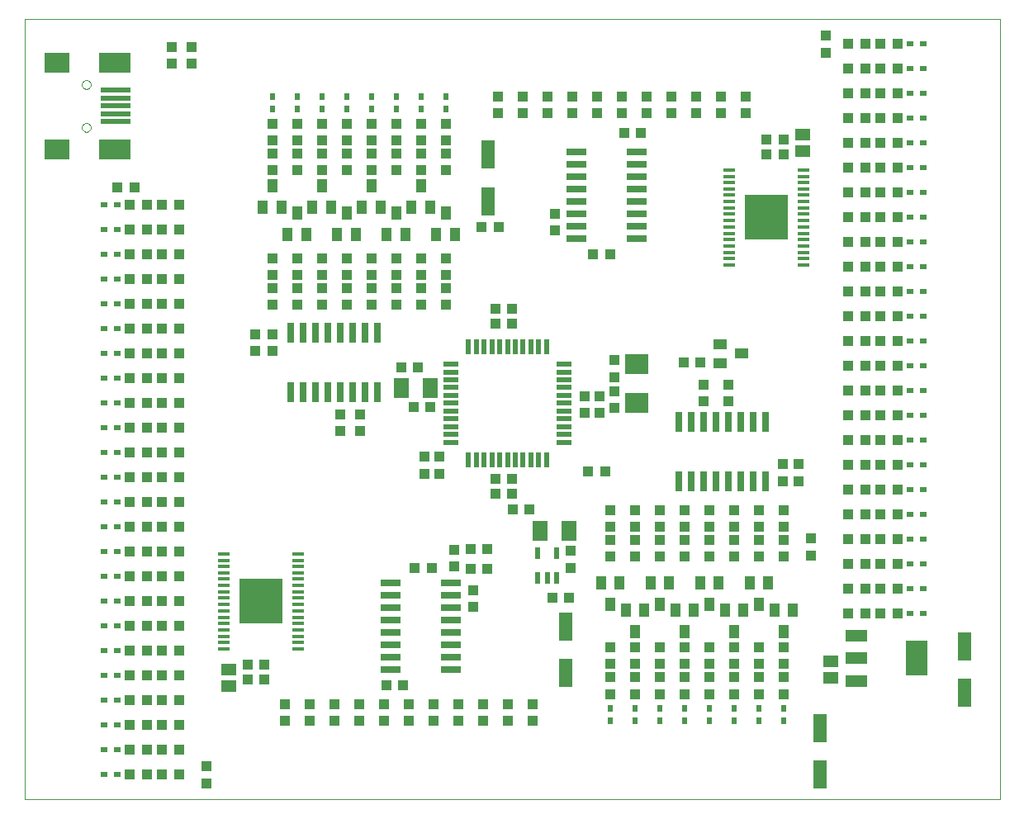
<source format=gtp>
G75*
G70*
%OFA0B0*%
%FSLAX24Y24*%
%IPPOS*%
%LPD*%
%AMOC8*
5,1,8,0,0,1.08239X$1,22.5*
%
%ADD10C,0.0000*%
%ADD11R,0.0433X0.0394*%
%ADD12R,0.0425X0.0413*%
%ADD13R,0.0197X0.0276*%
%ADD14R,0.0394X0.0551*%
%ADD15R,0.0260X0.0800*%
%ADD16R,0.0500X0.0120*%
%ADD17R,0.1732X0.1831*%
%ADD18R,0.0591X0.0512*%
%ADD19R,0.0984X0.0787*%
%ADD20R,0.1299X0.0787*%
%ADD21R,0.1220X0.0197*%
%ADD22R,0.0394X0.0433*%
%ADD23R,0.0413X0.0425*%
%ADD24R,0.0945X0.0787*%
%ADD25R,0.0217X0.0472*%
%ADD26R,0.0591X0.0787*%
%ADD27R,0.0551X0.1181*%
%ADD28R,0.0276X0.0197*%
%ADD29R,0.0800X0.0260*%
%ADD30R,0.0591X0.0197*%
%ADD31R,0.0197X0.0591*%
%ADD32R,0.0880X0.0480*%
%ADD33R,0.0866X0.1417*%
%ADD34R,0.0551X0.0394*%
D10*
X001581Y000967D02*
X001581Y032463D01*
X040951Y032463D01*
X040951Y000967D01*
X001581Y000967D01*
X003904Y028101D02*
X003906Y028127D01*
X003912Y028153D01*
X003922Y028178D01*
X003935Y028201D01*
X003951Y028221D01*
X003971Y028239D01*
X003993Y028254D01*
X004016Y028266D01*
X004042Y028274D01*
X004068Y028278D01*
X004094Y028278D01*
X004120Y028274D01*
X004146Y028266D01*
X004170Y028254D01*
X004191Y028239D01*
X004211Y028221D01*
X004227Y028201D01*
X004240Y028178D01*
X004250Y028153D01*
X004256Y028127D01*
X004258Y028101D01*
X004256Y028075D01*
X004250Y028049D01*
X004240Y028024D01*
X004227Y028001D01*
X004211Y027981D01*
X004191Y027963D01*
X004169Y027948D01*
X004146Y027936D01*
X004120Y027928D01*
X004094Y027924D01*
X004068Y027924D01*
X004042Y027928D01*
X004016Y027936D01*
X003992Y027948D01*
X003971Y027963D01*
X003951Y027981D01*
X003935Y028001D01*
X003922Y028024D01*
X003912Y028049D01*
X003906Y028075D01*
X003904Y028101D01*
X003904Y029833D02*
X003906Y029859D01*
X003912Y029885D01*
X003922Y029910D01*
X003935Y029933D01*
X003951Y029953D01*
X003971Y029971D01*
X003993Y029986D01*
X004016Y029998D01*
X004042Y030006D01*
X004068Y030010D01*
X004094Y030010D01*
X004120Y030006D01*
X004146Y029998D01*
X004170Y029986D01*
X004191Y029971D01*
X004211Y029953D01*
X004227Y029933D01*
X004240Y029910D01*
X004250Y029885D01*
X004256Y029859D01*
X004258Y029833D01*
X004256Y029807D01*
X004250Y029781D01*
X004240Y029756D01*
X004227Y029733D01*
X004211Y029713D01*
X004191Y029695D01*
X004169Y029680D01*
X004146Y029668D01*
X004120Y029660D01*
X004094Y029656D01*
X004068Y029656D01*
X004042Y029660D01*
X004016Y029668D01*
X003992Y029680D01*
X003971Y029695D01*
X003951Y029713D01*
X003935Y029733D01*
X003922Y029756D01*
X003912Y029781D01*
X003906Y029807D01*
X003904Y029833D01*
D11*
X007531Y030682D03*
X007531Y031351D03*
X008331Y031351D03*
X008331Y030682D03*
X011581Y027051D03*
X011581Y026382D03*
X012581Y026382D03*
X012581Y027051D03*
X013581Y027051D03*
X013581Y026382D03*
X014581Y026382D03*
X014581Y027051D03*
X015581Y027051D03*
X015581Y026382D03*
X016581Y026382D03*
X016581Y027051D03*
X017581Y027051D03*
X017581Y026382D03*
X018581Y026382D03*
X018581Y027051D03*
X020681Y028682D03*
X020681Y029351D03*
X021681Y029351D03*
X021681Y028682D03*
X022681Y028682D03*
X022681Y029351D03*
X023681Y029351D03*
X023681Y028682D03*
X024681Y028682D03*
X024681Y029351D03*
X025681Y029351D03*
X025681Y028682D03*
X026681Y028682D03*
X026681Y029351D03*
X027681Y029351D03*
X027681Y028682D03*
X028681Y028682D03*
X028681Y029351D03*
X029681Y029351D03*
X029681Y028682D03*
X030681Y028682D03*
X030681Y029351D03*
X022981Y024601D03*
X022981Y023932D03*
X018581Y022801D03*
X018581Y022132D03*
X018581Y021601D03*
X018581Y020932D03*
X017581Y020932D03*
X017581Y021601D03*
X017581Y022132D03*
X017581Y022801D03*
X016581Y022801D03*
X016581Y022132D03*
X016581Y021601D03*
X016581Y020932D03*
X015581Y020932D03*
X015581Y021601D03*
X015581Y022132D03*
X015581Y022801D03*
X014581Y022801D03*
X014581Y022132D03*
X014581Y021601D03*
X014581Y020932D03*
X013581Y020932D03*
X013581Y021601D03*
X013581Y022132D03*
X013581Y022801D03*
X012581Y022801D03*
X012581Y022132D03*
X012581Y021601D03*
X012581Y020932D03*
X011581Y020932D03*
X011581Y021601D03*
X011581Y022132D03*
X011581Y022801D03*
X014331Y016501D03*
X014331Y015832D03*
X015131Y015832D03*
X015131Y016501D03*
X019681Y009401D03*
X019681Y008732D03*
X020081Y004801D03*
X020081Y004132D03*
X021081Y004132D03*
X021081Y004801D03*
X022081Y004801D03*
X022081Y004132D03*
X019081Y004132D03*
X019081Y004801D03*
X018081Y004801D03*
X018081Y004132D03*
X017081Y004132D03*
X017081Y004801D03*
X016081Y004801D03*
X016081Y004132D03*
X015081Y004132D03*
X015081Y004801D03*
X014081Y004801D03*
X014081Y004132D03*
X013081Y004132D03*
X013081Y004801D03*
X012081Y004801D03*
X012081Y004132D03*
X025231Y006432D03*
X025231Y007101D03*
X026231Y007101D03*
X026231Y006432D03*
X027231Y006432D03*
X027231Y007101D03*
X028231Y007101D03*
X028231Y006432D03*
X029231Y006432D03*
X029231Y007101D03*
X030231Y007101D03*
X030231Y006432D03*
X031231Y006432D03*
X031231Y007101D03*
X032231Y007101D03*
X032231Y006432D03*
X032231Y010782D03*
X032231Y011451D03*
X032231Y011982D03*
X032231Y012651D03*
X031231Y012651D03*
X031231Y011982D03*
X031231Y011451D03*
X031231Y010782D03*
X030231Y010782D03*
X030231Y011451D03*
X030231Y011982D03*
X030231Y012651D03*
X029231Y012651D03*
X029231Y011982D03*
X029231Y011451D03*
X029231Y010782D03*
X028231Y010782D03*
X028231Y011451D03*
X028231Y011982D03*
X028231Y012651D03*
X027231Y012651D03*
X027231Y011982D03*
X027231Y011451D03*
X027231Y010782D03*
X026231Y010782D03*
X026231Y011451D03*
X026231Y011982D03*
X026231Y012651D03*
X025231Y012651D03*
X025231Y011982D03*
X025231Y011451D03*
X025231Y010782D03*
X028981Y017032D03*
X028981Y017701D03*
X029981Y017701D03*
X029981Y017032D03*
D12*
X032181Y014511D03*
X032831Y014511D03*
X032831Y013822D03*
X032181Y013822D03*
X033331Y011511D03*
X033331Y010822D03*
X032231Y005911D03*
X031231Y005911D03*
X031231Y005222D03*
X032231Y005222D03*
X030231Y005222D03*
X029231Y005222D03*
X028231Y005222D03*
X028231Y005911D03*
X029231Y005911D03*
X030231Y005911D03*
X027231Y005911D03*
X026231Y005911D03*
X025231Y005911D03*
X025231Y005222D03*
X026231Y005222D03*
X027231Y005222D03*
X023631Y010322D03*
X023631Y011011D03*
X018931Y011061D03*
X018931Y010372D03*
X018331Y014122D03*
X017731Y014122D03*
X017731Y014811D03*
X018331Y014811D03*
X024181Y016572D03*
X024781Y016572D03*
X025381Y016772D03*
X024781Y017261D03*
X025381Y017461D03*
X025381Y018022D03*
X025381Y018711D03*
X024181Y017261D03*
X011581Y019072D03*
X011581Y019761D03*
X010881Y019761D03*
X010881Y019072D03*
X011581Y027572D03*
X011581Y028261D03*
X012581Y028261D03*
X012581Y027572D03*
X013581Y027572D03*
X013581Y028261D03*
X014581Y028261D03*
X014581Y027572D03*
X015581Y027572D03*
X015581Y028261D03*
X016581Y028261D03*
X016581Y027572D03*
X017581Y027572D03*
X017581Y028261D03*
X018581Y028261D03*
X018581Y027572D03*
X033931Y031122D03*
X033931Y031811D03*
X008931Y002311D03*
X008931Y001622D03*
D13*
X025231Y004130D03*
X025231Y004642D03*
X026231Y004642D03*
X026231Y004130D03*
X027231Y004130D03*
X027231Y004642D03*
X028231Y004642D03*
X028231Y004130D03*
X029231Y004130D03*
X029231Y004642D03*
X030231Y004642D03*
X030231Y004130D03*
X031231Y004130D03*
X031231Y004642D03*
X032231Y004642D03*
X032231Y004130D03*
X018581Y028841D03*
X018581Y029353D03*
X017581Y029353D03*
X017581Y028841D03*
X016581Y028841D03*
X016581Y029353D03*
X015581Y029353D03*
X015581Y028841D03*
X014581Y028841D03*
X014581Y029353D03*
X013581Y029353D03*
X013581Y028841D03*
X012581Y028841D03*
X012581Y029353D03*
X011581Y029353D03*
X011581Y028841D03*
D14*
X011581Y025750D03*
X011955Y024884D03*
X012581Y024650D03*
X013207Y024884D03*
X013955Y024884D03*
X014581Y024650D03*
X015207Y024884D03*
X015955Y024884D03*
X016581Y024650D03*
X017207Y024884D03*
X017955Y024884D03*
X018581Y024650D03*
X018955Y023784D03*
X018207Y023784D03*
X016955Y023784D03*
X016207Y023784D03*
X014955Y023784D03*
X014207Y023784D03*
X012955Y023784D03*
X012207Y023784D03*
X011207Y024884D03*
X013581Y025750D03*
X015581Y025750D03*
X017581Y025750D03*
X024857Y009700D03*
X025605Y009700D03*
X025231Y008834D03*
X025857Y008600D03*
X026605Y008600D03*
X027231Y008834D03*
X027857Y008600D03*
X028605Y008600D03*
X029231Y008834D03*
X029857Y008600D03*
X030605Y008600D03*
X031231Y008834D03*
X031857Y008600D03*
X032605Y008600D03*
X032231Y007734D03*
X030231Y007734D03*
X028231Y007734D03*
X026231Y007734D03*
X026857Y009700D03*
X027605Y009700D03*
X028857Y009700D03*
X029605Y009700D03*
X030857Y009700D03*
X031605Y009700D03*
D15*
X031481Y013807D03*
X030981Y013807D03*
X030481Y013807D03*
X029981Y013807D03*
X029481Y013807D03*
X028981Y013807D03*
X028481Y013807D03*
X027981Y013807D03*
X027981Y016227D03*
X028481Y016227D03*
X028981Y016227D03*
X029481Y016227D03*
X029981Y016227D03*
X030481Y016227D03*
X030981Y016227D03*
X031481Y016227D03*
X015831Y017407D03*
X015331Y017407D03*
X014831Y017407D03*
X014331Y017407D03*
X013831Y017407D03*
X013331Y017407D03*
X012831Y017407D03*
X012331Y017407D03*
X012331Y019827D03*
X012831Y019827D03*
X013331Y019827D03*
X013831Y019827D03*
X014331Y019827D03*
X014831Y019827D03*
X015331Y019827D03*
X015831Y019827D03*
D16*
X012631Y010887D03*
X012631Y010627D03*
X012631Y010377D03*
X012631Y010117D03*
X012631Y009867D03*
X012631Y009607D03*
X012631Y009347D03*
X012631Y009097D03*
X012631Y008837D03*
X012631Y008587D03*
X012631Y008327D03*
X012631Y008067D03*
X012631Y007817D03*
X012631Y007557D03*
X012631Y007307D03*
X012631Y007047D03*
X009631Y007047D03*
X009631Y007307D03*
X009631Y007557D03*
X009631Y007817D03*
X009631Y008067D03*
X009631Y008327D03*
X009631Y008587D03*
X009631Y008837D03*
X009631Y009097D03*
X009631Y009347D03*
X009631Y009607D03*
X009631Y009867D03*
X009631Y010117D03*
X009631Y010377D03*
X009631Y010627D03*
X009631Y010887D03*
X030031Y022547D03*
X030031Y022807D03*
X030031Y023057D03*
X030031Y023317D03*
X030031Y023567D03*
X030031Y023827D03*
X030031Y024087D03*
X030031Y024337D03*
X030031Y024597D03*
X030031Y024847D03*
X030031Y025107D03*
X030031Y025367D03*
X030031Y025617D03*
X030031Y025877D03*
X030031Y026127D03*
X030031Y026387D03*
X033031Y026387D03*
X033031Y026127D03*
X033031Y025877D03*
X033031Y025617D03*
X033031Y025367D03*
X033031Y025107D03*
X033031Y024847D03*
X033031Y024597D03*
X033031Y024337D03*
X033031Y024087D03*
X033031Y023827D03*
X033031Y023567D03*
X033031Y023317D03*
X033031Y023057D03*
X033031Y022807D03*
X033031Y022547D03*
D17*
X031531Y024467D03*
X011131Y008967D03*
D18*
X009831Y006201D03*
X009831Y005532D03*
X034131Y005882D03*
X034131Y006551D03*
X032981Y027132D03*
X032981Y027801D03*
D19*
X002900Y027215D03*
X002900Y030719D03*
D20*
X005223Y030719D03*
X005223Y027215D03*
D21*
X005262Y028337D03*
X005262Y028652D03*
X005262Y028967D03*
X005262Y029282D03*
X005262Y029597D03*
D22*
X007146Y024967D03*
X007816Y024967D03*
X007816Y023967D03*
X007146Y023967D03*
X007146Y022967D03*
X007816Y022967D03*
X007816Y021967D03*
X007146Y021967D03*
X007146Y020967D03*
X007816Y020967D03*
X007816Y019967D03*
X007146Y019967D03*
X007146Y018967D03*
X007816Y018967D03*
X007816Y017967D03*
X007146Y017967D03*
X007146Y016967D03*
X007816Y016967D03*
X007816Y015967D03*
X007146Y015967D03*
X007146Y014967D03*
X007816Y014967D03*
X007816Y013967D03*
X007146Y013967D03*
X007146Y012967D03*
X007816Y012967D03*
X007816Y011967D03*
X007146Y011967D03*
X007146Y010967D03*
X007816Y010967D03*
X007816Y009967D03*
X007146Y009967D03*
X007146Y008967D03*
X007816Y008967D03*
X007816Y007967D03*
X007146Y007967D03*
X007146Y006967D03*
X007816Y006967D03*
X007816Y005967D03*
X007146Y005967D03*
X007146Y004967D03*
X007816Y004967D03*
X007816Y003967D03*
X007146Y003967D03*
X007146Y002967D03*
X007816Y002967D03*
X007816Y001967D03*
X007146Y001967D03*
X019596Y010267D03*
X020266Y010267D03*
X020266Y011067D03*
X019596Y011067D03*
X021296Y012667D03*
X021966Y012667D03*
X024346Y014217D03*
X025016Y014217D03*
X028196Y018617D03*
X028866Y018617D03*
X034846Y018467D03*
X035516Y018467D03*
X035516Y019467D03*
X034846Y019467D03*
X034846Y020467D03*
X035516Y020467D03*
X035516Y021467D03*
X034846Y021467D03*
X034846Y022467D03*
X035516Y022467D03*
X035516Y023467D03*
X034846Y023467D03*
X034846Y024467D03*
X035516Y024467D03*
X035516Y025467D03*
X034846Y025467D03*
X034846Y026467D03*
X035516Y026467D03*
X035516Y027467D03*
X034846Y027467D03*
X034846Y028467D03*
X035516Y028467D03*
X035516Y029467D03*
X034846Y029467D03*
X034846Y030467D03*
X035516Y030467D03*
X035516Y031467D03*
X034846Y031467D03*
X017466Y018417D03*
X016796Y018417D03*
X034846Y017467D03*
X035516Y017467D03*
X035516Y016467D03*
X034846Y016467D03*
X034846Y015467D03*
X035516Y015467D03*
X035516Y014467D03*
X034846Y014467D03*
X034846Y013467D03*
X035516Y013467D03*
X035516Y012467D03*
X034846Y012467D03*
X034846Y011467D03*
X035516Y011467D03*
X035516Y010467D03*
X034846Y010467D03*
X034846Y009467D03*
X035516Y009467D03*
X035516Y008467D03*
X034846Y008467D03*
D23*
X036137Y008467D03*
X036825Y008467D03*
X036825Y009467D03*
X036137Y009467D03*
X036137Y010467D03*
X036825Y010467D03*
X036825Y011467D03*
X036137Y011467D03*
X036137Y012467D03*
X036825Y012467D03*
X036825Y013467D03*
X036137Y013467D03*
X036137Y014467D03*
X036825Y014467D03*
X036825Y015467D03*
X036137Y015467D03*
X036137Y016467D03*
X036825Y016467D03*
X036825Y017467D03*
X036137Y017467D03*
X036137Y018467D03*
X036825Y018467D03*
X036825Y019467D03*
X036137Y019467D03*
X036137Y020467D03*
X036825Y020467D03*
X036825Y021467D03*
X036137Y021467D03*
X036137Y022467D03*
X036825Y022467D03*
X036825Y023467D03*
X036137Y023467D03*
X036137Y024467D03*
X036825Y024467D03*
X036825Y025467D03*
X036137Y025467D03*
X036137Y026467D03*
X036825Y026467D03*
X036825Y027467D03*
X036137Y027467D03*
X036137Y028467D03*
X036825Y028467D03*
X036825Y029467D03*
X036137Y029467D03*
X036137Y030467D03*
X036825Y030467D03*
X036825Y031467D03*
X036137Y031467D03*
X032225Y027617D03*
X032225Y027017D03*
X031537Y027017D03*
X031537Y027617D03*
X026475Y027867D03*
X025787Y027867D03*
X020725Y024067D03*
X020037Y024067D03*
X020587Y020767D03*
X021275Y020767D03*
X021275Y020167D03*
X020587Y020167D03*
X024537Y022967D03*
X025225Y022967D03*
X017975Y016817D03*
X017287Y016817D03*
X020587Y013917D03*
X021275Y013917D03*
X021275Y013317D03*
X020587Y013317D03*
X018025Y010317D03*
X017337Y010317D03*
X022887Y009117D03*
X023575Y009117D03*
X016875Y005567D03*
X016187Y005567D03*
X011275Y005817D03*
X011275Y006417D03*
X010587Y006417D03*
X010587Y005817D03*
X006525Y005967D03*
X005837Y005967D03*
X005837Y006967D03*
X006525Y006967D03*
X006525Y007967D03*
X005837Y007967D03*
X005837Y008967D03*
X006525Y008967D03*
X006525Y009967D03*
X005837Y009967D03*
X005837Y010967D03*
X006525Y010967D03*
X006525Y011967D03*
X005837Y011967D03*
X005837Y012967D03*
X006525Y012967D03*
X006525Y013967D03*
X005837Y013967D03*
X005837Y014967D03*
X006525Y014967D03*
X006525Y015967D03*
X005837Y015967D03*
X005837Y016967D03*
X006525Y016967D03*
X006525Y017967D03*
X005837Y017967D03*
X005837Y018967D03*
X006525Y018967D03*
X006525Y019967D03*
X005837Y019967D03*
X005837Y020967D03*
X006525Y020967D03*
X006525Y021967D03*
X005837Y021967D03*
X005837Y022967D03*
X006525Y022967D03*
X006525Y023967D03*
X005837Y023967D03*
X005837Y024967D03*
X006525Y024967D03*
X006025Y025667D03*
X005337Y025667D03*
X005837Y004967D03*
X006525Y004967D03*
X006525Y003967D03*
X005837Y003967D03*
X005837Y002967D03*
X006525Y002967D03*
X006525Y001967D03*
X005837Y001967D03*
D24*
X026281Y016979D03*
X026281Y018554D03*
D25*
X023055Y010928D03*
X022307Y010928D03*
X022307Y009905D03*
X022681Y009905D03*
X023055Y009905D03*
D26*
X023572Y011817D03*
X022390Y011817D03*
X017972Y017567D03*
X016790Y017567D03*
D27*
X020281Y025122D03*
X020281Y027012D03*
X023431Y007962D03*
X023431Y006072D03*
X033681Y003862D03*
X033681Y001972D03*
X039531Y005272D03*
X039531Y007162D03*
D28*
X037857Y008467D03*
X037345Y008467D03*
X037345Y009467D03*
X037857Y009467D03*
X037857Y010467D03*
X037345Y010467D03*
X037345Y011467D03*
X037857Y011467D03*
X037857Y012467D03*
X037345Y012467D03*
X037345Y013467D03*
X037857Y013467D03*
X037857Y014467D03*
X037345Y014467D03*
X037345Y015467D03*
X037857Y015467D03*
X037857Y016467D03*
X037345Y016467D03*
X037345Y017467D03*
X037857Y017467D03*
X037857Y018467D03*
X037345Y018467D03*
X037345Y019467D03*
X037857Y019467D03*
X037857Y020467D03*
X037345Y020467D03*
X037345Y021467D03*
X037857Y021467D03*
X037857Y022467D03*
X037345Y022467D03*
X037345Y023467D03*
X037857Y023467D03*
X037857Y024467D03*
X037345Y024467D03*
X037345Y025467D03*
X037857Y025467D03*
X037857Y026467D03*
X037345Y026467D03*
X037345Y027467D03*
X037857Y027467D03*
X037857Y028467D03*
X037345Y028467D03*
X037345Y029467D03*
X037857Y029467D03*
X037857Y030467D03*
X037345Y030467D03*
X037345Y031467D03*
X037857Y031467D03*
X005317Y024967D03*
X004805Y024967D03*
X004805Y023967D03*
X005317Y023967D03*
X005317Y022967D03*
X004805Y022967D03*
X004805Y021967D03*
X005317Y021967D03*
X005317Y020967D03*
X004805Y020967D03*
X004805Y019967D03*
X005317Y019967D03*
X005317Y018967D03*
X004805Y018967D03*
X004805Y017967D03*
X005317Y017967D03*
X005317Y016967D03*
X004805Y016967D03*
X004805Y015967D03*
X005317Y015967D03*
X005317Y014967D03*
X004805Y014967D03*
X004805Y013967D03*
X005317Y013967D03*
X005317Y012967D03*
X004805Y012967D03*
X004805Y011967D03*
X005317Y011967D03*
X005317Y010967D03*
X004805Y010967D03*
X004805Y009967D03*
X005317Y009967D03*
X005317Y008967D03*
X004805Y008967D03*
X004805Y007967D03*
X005317Y007967D03*
X005317Y006967D03*
X004805Y006967D03*
X004805Y005967D03*
X005317Y005967D03*
X005317Y004967D03*
X004805Y004967D03*
X004805Y003967D03*
X005317Y003967D03*
X005317Y002967D03*
X004805Y002967D03*
X004805Y001967D03*
X005317Y001967D03*
D29*
X016371Y006217D03*
X016371Y006717D03*
X016371Y007217D03*
X016371Y007717D03*
X016371Y008217D03*
X016371Y008717D03*
X016371Y009217D03*
X016371Y009717D03*
X018791Y009717D03*
X018791Y009217D03*
X018791Y008717D03*
X018791Y008217D03*
X018791Y007717D03*
X018791Y007217D03*
X018791Y006717D03*
X018791Y006217D03*
X023871Y023617D03*
X023871Y024117D03*
X023871Y024617D03*
X023871Y025117D03*
X023871Y025617D03*
X023871Y026117D03*
X023871Y026617D03*
X023871Y027117D03*
X026291Y027117D03*
X026291Y026617D03*
X026291Y026117D03*
X026291Y025617D03*
X026291Y025117D03*
X026291Y024617D03*
X026291Y024117D03*
X026291Y023617D03*
D30*
X023364Y018541D03*
X023364Y018227D03*
X023364Y017912D03*
X023364Y017597D03*
X023364Y017282D03*
X023364Y016967D03*
X023364Y016652D03*
X023364Y016337D03*
X023364Y016022D03*
X023364Y015707D03*
X023364Y015392D03*
X018798Y015392D03*
X018798Y015707D03*
X018798Y016022D03*
X018798Y016337D03*
X018798Y016652D03*
X018798Y016967D03*
X018798Y017282D03*
X018798Y017597D03*
X018798Y017912D03*
X018798Y018227D03*
X018798Y018541D03*
D31*
X019506Y019250D03*
X019821Y019250D03*
X020136Y019250D03*
X020451Y019250D03*
X020766Y019250D03*
X021081Y019250D03*
X021396Y019250D03*
X021711Y019250D03*
X022026Y019250D03*
X022341Y019250D03*
X022656Y019250D03*
X022656Y014683D03*
X022341Y014683D03*
X022026Y014683D03*
X021711Y014683D03*
X021396Y014683D03*
X021081Y014683D03*
X020766Y014683D03*
X020451Y014683D03*
X020136Y014683D03*
X019821Y014683D03*
X019506Y014683D03*
D32*
X035161Y007577D03*
X035161Y006667D03*
X035161Y005757D03*
D33*
X037601Y006667D03*
D34*
X029648Y018593D03*
X030514Y018967D03*
X029648Y019341D03*
M02*

</source>
